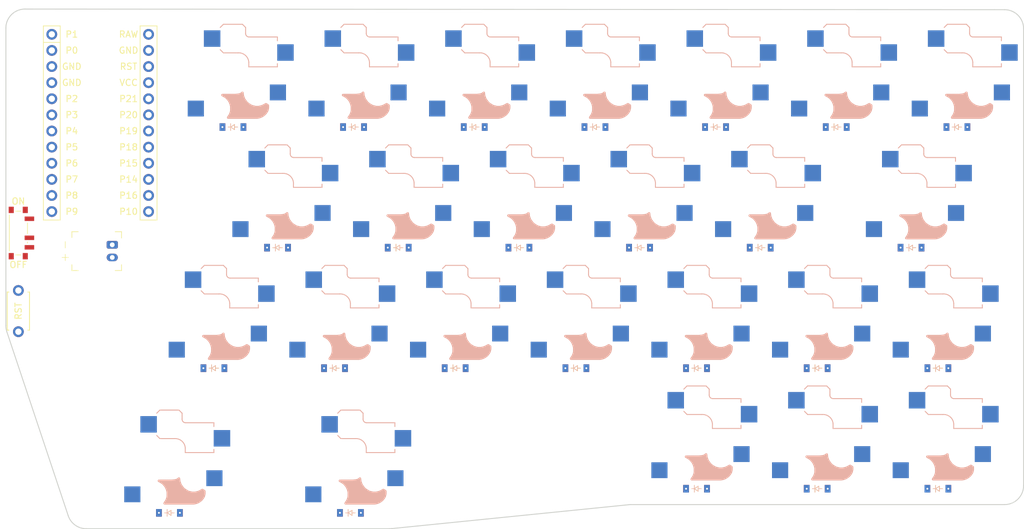
<source format=kicad_pcb>


(kicad_pcb
  (version 20240108)
  (generator "ergogen")
  (generator_version "4.2.1")
  (general
    (thickness 1.6)
    (legacy_teardrops no)
  )
  (paper "A3")
  (title_block
    (title "right_pcbv2")
    (date "2026-02-09")
    (rev "v1.0.0")
    (company "Unknown")
  )

  (layers
    (0 "F.Cu" signal)
    (31 "B.Cu" signal)
    (32 "B.Adhes" user "B.Adhesive")
    (33 "F.Adhes" user "F.Adhesive")
    (34 "B.Paste" user)
    (35 "F.Paste" user)
    (36 "B.SilkS" user "B.Silkscreen")
    (37 "F.SilkS" user "F.Silkscreen")
    (38 "B.Mask" user)
    (39 "F.Mask" user)
    (40 "Dwgs.User" user "User.Drawings")
    (41 "Cmts.User" user "User.Comments")
    (42 "Eco1.User" user "User.Eco1")
    (43 "Eco2.User" user "User.Eco2")
    (44 "Edge.Cuts" user)
    (45 "Margin" user)
    (46 "B.CrtYd" user "B.Courtyard")
    (47 "F.CrtYd" user "F.Courtyard")
    (48 "B.Fab" user)
    (49 "F.Fab" user)
  )

  (setup
    (pad_to_mask_clearance 0.05)
    (allow_soldermask_bridges_in_footprints no)
    (pcbplotparams
      (layerselection 0x00010fc_ffffffff)
      (plot_on_all_layers_selection 0x0000000_00000000)
      (disableapertmacros no)
      (usegerberextensions no)
      (usegerberattributes yes)
      (usegerberadvancedattributes yes)
      (creategerberjobfile yes)
      (dashed_line_dash_ratio 12.000000)
      (dashed_line_gap_ratio 3.000000)
      (svgprecision 4)
      (plotframeref no)
      (viasonmask no)
      (mode 1)
      (useauxorigin no)
      (hpglpennumber 1)
      (hpglpenspeed 20)
      (hpglpendiameter 15.000000)
      (pdf_front_fp_property_popups yes)
      (pdf_back_fp_property_popups yes)
      (dxfpolygonmode yes)
      (dxfimperialunits yes)
      (dxfusepcbnewfont yes)
      (psnegative no)
      (psa4output no)
      (plotreference yes)
      (plotvalue yes)
      (plotfptext yes)
      (plotinvisibletext no)
      (sketchpadsonfab no)
      (subtractmaskfromsilk no)
      (outputformat 1)
      (mirror no)
      (drillshape 1)
      (scaleselection 1)
      (outputdirectory "")
    )
  )

  (net 0 "")
(net 1 "P0")
(net 2 "y_single")
(net 3 "GND")
(net 4 "D1")
(net 5 "D2")
(net 6 "P1")
(net 7 "u_single")
(net 8 "P2")
(net 9 "i_single")
(net 10 "P3")
(net 11 "o_single")
(net 12 "P4")
(net 13 "p_single")
(net 14 "P5")
(net 15 "backspace_single")
(net 16 "P6")
(net 17 "delete_single")
(net 18 "h_single")
(net 19 "j_single")
(net 20 "k_single")
(net 21 "l_single")
(net 22 "colon_single")
(net 23 "quotes_single")
(net 24 "b_single")
(net 25 "n_single")
(net 26 "m_single")
(net 27 "comma_single")
(net 28 "peroid_single")
(net 29 "up_arrow_single")
(net 30 "slash_single")
(net 31 "larrow_single")
(net 32 "darrow_single")
(net 33 "rarrow_single")
(net 34 "space_single")
(net 35 "raise_single")
(net 36 "P7")
(net 37 "P8")
(net 38 "P9")
(net 39 "P10")
(net 40 "P14")
(net 41 "RAW")
(net 42 "RST")
(net 43 "VCC")
(net 44 "P21")
(net 45 "P20")
(net 46 "P19")
(net 47 "P18")
(net 48 "P15")
(net 49 "P16")
(net 50 "P101")
(net 51 "P102")
(net 52 "P107")
(net 53 "MCU1_24")
(net 54 "MCU1_1")
(net 55 "MCU1_23")
(net 56 "MCU1_2")
(net 57 "MCU1_22")
(net 58 "MCU1_3")
(net 59 "MCU1_21")
(net 60 "MCU1_4")
(net 61 "MCU1_20")
(net 62 "MCU1_5")
(net 63 "MCU1_19")
(net 64 "MCU1_6")
(net 65 "MCU1_18")
(net 66 "MCU1_7")
(net 67 "MCU1_17")
(net 68 "MCU1_8")
(net 69 "MCU1_16")
(net 70 "MCU1_9")
(net 71 "MCU1_15")
(net 72 "MCU1_10")
(net 73 "MCU1_14")
(net 74 "MCU1_11")
(net 75 "MCU1_13")
(net 76 "MCU1_12")
(net 77 "BAT_P")
(net 78 "JST1_1")
(net 79 "JST1_2")

  
  (footprint "ceoloide:switch_choc_v1_v2" (layer "B.Cu") (at 150 100 0))
    

  (footprint "ceoloide:switch_choc_v1_v2" (layer "B.Cu") (at 169 100 0))
    

  (footprint "ceoloide:switch_choc_v1_v2" (layer "B.Cu") (at 188 100 0))
    

  (footprint "ceoloide:switch_choc_v1_v2" (layer "B.Cu") (at 207 100 0))
    

  (footprint "ceoloide:switch_choc_v1_v2" (layer "B.Cu") (at 226 100 0))
    

  (footprint "ceoloide:switch_choc_v1_v2" (layer "B.Cu") (at 245 100 0))
    

  (footprint "ceoloide:switch_choc_v1_v2" (layer "B.Cu") (at 264 100 0))
    

  (footprint "ceoloide:switch_choc_v1_v2" (layer "B.Cu") (at 157.03 119 0))
    

  (footprint "ceoloide:switch_choc_v1_v2" (layer "B.Cu") (at 176.03 119 0))
    

  (footprint "ceoloide:switch_choc_v1_v2" (layer "B.Cu") (at 195.03 119 0))
    

  (footprint "ceoloide:switch_choc_v1_v2" (layer "B.Cu") (at 214.03 119 0))
    

  (footprint "ceoloide:switch_choc_v1_v2" (layer "B.Cu") (at 233.03 119 0))
    

  (footprint "ceoloide:switch_choc_v1_v2" (layer "B.Cu") (at 256.78 119 0))
    

  (footprint "ceoloide:switch_choc_v1_v2" (layer "B.Cu") (at 147 138 0))
    

  (footprint "ceoloide:switch_choc_v1_v2" (layer "B.Cu") (at 166 138 0))
    

  (footprint "ceoloide:switch_choc_v1_v2" (layer "B.Cu") (at 185 138 0))
    

  (footprint "ceoloide:switch_choc_v1_v2" (layer "B.Cu") (at 204 138 0))
    

  (footprint "ceoloide:switch_choc_v1_v2" (layer "B.Cu") (at 223 138 0))
    

  (footprint "ceoloide:switch_choc_v1_v2" (layer "B.Cu") (at 242 138 0))
    

  (footprint "ceoloide:switch_choc_v1_v2" (layer "B.Cu") (at 261 138 0))
    

  (footprint "ceoloide:switch_choc_v1_v2" (layer "B.Cu") (at 223 157 0))
    

  (footprint "ceoloide:switch_choc_v1_v2" (layer "B.Cu") (at 242 157 0))
    

  (footprint "ceoloide:switch_choc_v1_v2" (layer "B.Cu") (at 261 157 0))
    

  (footprint "ceoloide:switch_choc_v1_v2" (layer "B.Cu") (at 140 160.8 0))
    

  (footprint "ceoloide:switch_choc_v1_v2" (layer "B.Cu") (at 168.5 160.8 0))
    

  (footprint "ceoloide:switch_mx" (layer "B.Cu") (at 150 100 180))
    

  (footprint "ceoloide:switch_mx" (layer "B.Cu") (at 169 100 180))
    

  (footprint "ceoloide:switch_mx" (layer "B.Cu") (at 188 100 180))
    

  (footprint "ceoloide:switch_mx" (layer "B.Cu") (at 207 100 180))
    

  (footprint "ceoloide:switch_mx" (layer "B.Cu") (at 226 100 180))
    

  (footprint "ceoloide:switch_mx" (layer "B.Cu") (at 245 100 180))
    

  (footprint "ceoloide:switch_mx" (layer "B.Cu") (at 264 100 180))
    

  (footprint "ceoloide:switch_mx" (layer "B.Cu") (at 157.03 119 180))
    

  (footprint "ceoloide:switch_mx" (layer "B.Cu") (at 176.03 119 180))
    

  (footprint "ceoloide:switch_mx" (layer "B.Cu") (at 195.03 119 180))
    

  (footprint "ceoloide:switch_mx" (layer "B.Cu") (at 214.03 119 180))
    

  (footprint "ceoloide:switch_mx" (layer "B.Cu") (at 233.03 119 180))
    

  (footprint "ceoloide:switch_mx" (layer "B.Cu") (at 256.78 119 180))
    

  (footprint "ceoloide:switch_mx" (layer "B.Cu") (at 147 138 180))
    

  (footprint "ceoloide:switch_mx" (layer "B.Cu") (at 166 138 180))
    

  (footprint "ceoloide:switch_mx" (layer "B.Cu") (at 185 138 180))
    

  (footprint "ceoloide:switch_mx" (layer "B.Cu") (at 204 138 180))
    

  (footprint "ceoloide:switch_mx" (layer "B.Cu") (at 223 138 180))
    

  (footprint "ceoloide:switch_mx" (layer "B.Cu") (at 242 138 180))
    

  (footprint "ceoloide:switch_mx" (layer "B.Cu") (at 261 138 180))
    

  (footprint "ceoloide:switch_mx" (layer "B.Cu") (at 223 157 180))
    

  (footprint "ceoloide:switch_mx" (layer "B.Cu") (at 242 157 180))
    

  (footprint "ceoloide:switch_mx" (layer "B.Cu") (at 261 157 180))
    

  (footprint "ceoloide:switch_mx" (layer "B.Cu") (at 140 160.8 180))
    

  (footprint "ceoloide:switch_mx" (layer "B.Cu") (at 168.5 160.8 180))
    

  
    (module ComboDiode (layer F.Cu) (tedit 5B24D78E)


        (at 150 108 0)

        
        (fp_text reference "D1" (at 0 0) (layer F.SilkS) hide (effects (font (size 1.27 1.27) (thickness 0.15))))
        (fp_text value "" (at 0 0) (layer F.SilkS) hide (effects (font (size 1.27 1.27) (thickness 0.15))))
        
        
        (fp_line (start 0.25 0) (end 0.75 0) (layer F.SilkS) (width 0.1))
        (fp_line (start 0.25 0.4) (end -0.35 0) (layer F.SilkS) (width 0.1))
        (fp_line (start 0.25 -0.4) (end 0.25 0.4) (layer F.SilkS) (width 0.1))
        (fp_line (start -0.35 0) (end 0.25 -0.4) (layer F.SilkS) (width 0.1))
        (fp_line (start -0.35 0) (end -0.35 0.55) (layer F.SilkS) (width 0.1))
        (fp_line (start -0.35 0) (end -0.35 -0.55) (layer F.SilkS) (width 0.1))
        (fp_line (start -0.75 0) (end -0.35 0) (layer F.SilkS) (width 0.1))
        (fp_line (start 0.25 0) (end 0.75 0) (layer B.SilkS) (width 0.1))
        (fp_line (start 0.25 0.4) (end -0.35 0) (layer B.SilkS) (width 0.1))
        (fp_line (start 0.25 -0.4) (end 0.25 0.4) (layer B.SilkS) (width 0.1))
        (fp_line (start -0.35 0) (end 0.25 -0.4) (layer B.SilkS) (width 0.1))
        (fp_line (start -0.35 0) (end -0.35 0.55) (layer B.SilkS) (width 0.1))
        (fp_line (start -0.35 0) (end -0.35 -0.55) (layer B.SilkS) (width 0.1))
        (fp_line (start -0.75 0) (end -0.35 0) (layer B.SilkS) (width 0.1))
    
        
        (pad 1 smd rect (at -1.65 0 0) (size 0.9 1.2) (layers F.Cu F.Paste F.Mask) (net 36 "P7"))
        (pad 2 smd rect (at 1.65 0 0) (size 0.9 1.2) (layers B.Cu B.Paste B.Mask) (net 2 "y_single"))
        (pad 1 smd rect (at -1.65 0 0) (size 0.9 1.2) (layers B.Cu B.Paste B.Mask) (net 36 "P7"))
        (pad 2 smd rect (at 1.65 0 0) (size 0.9 1.2) (layers F.Cu F.Paste F.Mask) (net 2 "y_single"))
        
        (pad 1 thru_hole circle (at -1.65 0 0) (size 0.6 0.6) (drill 0.3) (layers "*.Cu") (zone_connect 2) (net 36 "P7"))
        (pad 1 thru_hole circle (at 1.65 0 0) (size 0.6 0.6) (drill 0.3) (layers "*.Cu") (zone_connect 2) (net 2 "y_single"))
        
    )
  
    

  
    (module ComboDiode (layer F.Cu) (tedit 5B24D78E)


        (at 169 108 0)

        
        (fp_text reference "D2" (at 0 0) (layer F.SilkS) hide (effects (font (size 1.27 1.27) (thickness 0.15))))
        (fp_text value "" (at 0 0) (layer F.SilkS) hide (effects (font (size 1.27 1.27) (thickness 0.15))))
        
        
        (fp_line (start 0.25 0) (end 0.75 0) (layer F.SilkS) (width 0.1))
        (fp_line (start 0.25 0.4) (end -0.35 0) (layer F.SilkS) (width 0.1))
        (fp_line (start 0.25 -0.4) (end 0.25 0.4) (layer F.SilkS) (width 0.1))
        (fp_line (start -0.35 0) (end 0.25 -0.4) (layer F.SilkS) (width 0.1))
        (fp_line (start -0.35 0) (end -0.35 0.55) (layer F.SilkS) (width 0.1))
        (fp_line (start -0.35 0) (end -0.35 -0.55) (layer F.SilkS) (width 0.1))
        (fp_line (start -0.75 0) (end -0.35 0) (layer F.SilkS) (width 0.1))
        (fp_line (start 0.25 0) (end 0.75 0) (layer B.SilkS) (width 0.1))
        (fp_line (start 0.25 0.4) (end -0.35 0) (layer B.SilkS) (width 0.1))
        (fp_line (start 0.25 -0.4) (end 0.25 0.4) (layer B.SilkS) (width 0.1))
        (fp_line (start -0.35 0) (end 0.25 -0.4) (layer B.SilkS) (width 0.1))
        (fp_line (start -0.35 0) (end -0.35 0.55) (layer B.SilkS) (width 0.1))
        (fp_line (start -0.35 0) (end -0.35 -0.55) (layer B.SilkS) (width 0.1))
        (fp_line (start -0.75 0) (end -0.35 0) (layer B.SilkS) (width 0.1))
    
        
        (pad 1 smd rect (at -1.65 0 0) (size 0.9 1.2) (layers F.Cu F.Paste F.Mask) (net 36 "P7"))
        (pad 2 smd rect (at 1.65 0 0) (size 0.9 1.2) (layers B.Cu B.Paste B.Mask) (net 7 "u_single"))
        (pad 1 smd rect (at -1.65 0 0) (size 0.9 1.2) (layers B.Cu B.Paste B.Mask) (net 36 "P7"))
        (pad 2 smd rect (at 1.65 0 0) (size 0.9 1.2) (layers F.Cu F.Paste F.Mask) (net 7 "u_single"))
        
        (pad 1 thru_hole circle (at -1.65 0 0) (size 0.6 0.6) (drill 0.3) (layers "*.Cu") (zone_connect 2) (net 36 "P7"))
        (pad 1 thru_hole circle (at 1.65 0 0) (size 0.6 0.6) (drill 0.3) (layers "*.Cu") (zone_connect 2) (net 7 "u_single"))
        
    )
  
    

  
    (module ComboDiode (layer F.Cu) (tedit 5B24D78E)


        (at 188 108 0)

        
        (fp_text reference "D3" (at 0 0) (layer F.SilkS) hide (effects (font (size 1.27 1.27) (thickness 0.15))))
        (fp_text value "" (at 0 0) (layer F.SilkS) hide (effects (font (size 1.27 1.27) (thickness 0.15))))
        
        
        (fp_line (start 0.25 0) (end 0.75 0) (layer F.SilkS) (width 0.1))
        (fp_line (start 0.25 0.4) (end -0.35 0) (layer F.SilkS) (width 0.1))
        (fp_line (start 0.25 -0.4) (end 0.25 0.4) (layer F.SilkS) (width 0.1))
        (fp_line (start -0.35 0) (end 0.25 -0.4) (layer F.SilkS) (width 0.1))
        (fp_line (start -0.35 0) (end -0.35 0.55) (layer F.SilkS) (width 0.1))
        (fp_line (start -0.35 0) (end -0.35 -0.55) (layer F.SilkS) (width 0.1))
        (fp_line (start -0.75 0) (end -0.35 0) (layer F.SilkS) (width 0.1))
        (fp_line (start 0.25 0) (end 0.75 0) (layer B.SilkS) (width 0.1))
        (fp_line (start 0.25 0.4) (end -0.35 0) (layer B.SilkS) (width 0.1))
        (fp_line (start 0.25 -0.4) (end 0.25 0.4) (layer B.SilkS) (width 0.1))
        (fp_line (start -0.35 0) (end 0.25 -0.4) (layer B.SilkS) (width 0.1))
        (fp_line (start -0.35 0) (end -0.35 0.55) (layer B.SilkS) (width 0.1))
        (fp_line (start -0.35 0) (end -0.35 -0.55) (layer B.SilkS) (width 0.1))
        (fp_line (start -0.75 0) (end -0.35 0) (layer B.SilkS) (width 0.1))
    
        
        (pad 1 smd rect (at -1.65 0 0) (size 0.9 1.2) (layers F.Cu F.Paste F.Mask) (net 36 "P7"))
        (pad 2 smd rect (at 1.65 0 0) (size 0.9 1.2) (layers B.Cu B.Paste B.Mask) (net 9 "i_single"))
        (pad 1 smd rect (at -1.65 0 0) (size 0.9 1.2) (layers B.Cu B.Paste B.Mask) (net 36 "P7"))
        (pad 2 smd rect (at 1.65 0 0) (size 0.9 1.2) (layers F.Cu F.Paste F.Mask) (net 9 "i_single"))
        
        (pad 1 thru_hole circle (at -1.65 0 0) (size 0.6 0.6) (drill 0.3) (layers "*.Cu") (zone_connect 2) (net 36 "P7"))
        (pad 1 thru_hole circle (at 1.65 0 0) (size 0.6 0.6) (drill 0.3) (layers "*.Cu") (zone_connect 2) (net 9 "i_single"))
        
    )
  
    

  
    (module ComboDiode (layer F.Cu) (tedit 5B24D78E)


        (at 207 108 0)

        
        (fp_text reference "D4" (at 0 0) (layer F.SilkS) hide (effects (font (size 1.27 1.27) (thickness 0.15))))
        (fp_text value "" (at 0 0) (layer F.SilkS) hide (effects (font (size 1.27 1.27) (thickness 0.15))))
        
        
        (fp_line (start 0.25 0) (end 0.75 0) (layer F.SilkS) (width 0.1))
        (fp_line (start 0.25 0.4) (end -0.35 0) (layer F.SilkS) (width 0.1))
        (fp_line (start 0.25 -0.4) (end 0.25 0.4) (layer F.SilkS) (width 0.1))
        (fp_line (start -0.35 0) (end 0.25 -0.4) (layer F.SilkS) (width 0.1))
        (fp_line (start -0.35 0) (end -0.35 0.55) (layer F.SilkS) (width 0.1))
        (fp_line (start -0.35 0) (end -0.35 -0.55) (layer F.SilkS) (width 0.1))
        (fp_line (start -0.75 0) (end -0.35 0) (layer F.SilkS) (width 0.1))
        (fp_line (start 0.25 0) (end 0.75 0) (layer B.SilkS) (width 0.1))
        (fp_line (start 0.25 0.4) (end -0.35 0) (layer B.SilkS) (width 0.1))
        (fp_line (start 0.25 -0.4) (end 0.25 0.4) (layer B.SilkS) (width 0.1))
        (fp_line (start -0.35 0) (end 0.25 -0.4) (layer B.SilkS) (width 0.1))
        (fp_line (start -0.35 0) (end -0.35 0.55) (layer B.SilkS) (width 0.1))
        (fp_line (start -0.35 0) (end -0.35 -0.55) (layer B.SilkS) (width 0.1))
        (fp_line (start -0.75 0) (end -0.35 0) (layer B.SilkS) (width 0.1))
    
        
        (pad 1 smd rect (at -1.65 0 0) (size 0.9 1.2) (layers F.Cu F.Paste F.Mask) (net 36 "P7"))
        (pad 2 smd rect (at 1.65 0 0) (size 0.9 1.2) (layers B.Cu B.Paste B.Mask) (net 11 "o_single"))
        (pad 1 smd rect (at -1.65 0 0) (size 0.9 1.2) (layers B.Cu B.Paste B.Mask) (net 36 "P7"))
        (pad 2 smd rect (at 1.65 0 0) (size 0.9 1.2) (layers F.Cu F.Paste F.Mask) (net 11 "o_single"))
        
        (pad 1 thru_hole circle (at -1.65 0 0) (size 0.6 0.6) (drill 0.3) (layers "*.Cu") (zone_connect 2) (net 36 "P7"))
        (pad 1 thru_hole circle (at 1.65 0 0) (size 0.6 0.6) (drill 0.3) (layers "*.Cu") (zone_connect 2) (net 11 "o_single"))
        
    )
  
    

  
    (module ComboDiode (layer F.Cu) (tedit 5B24D78E)


        (at 226 108 0)

        
        (fp_text reference "D5" (at 0 0) (layer F.SilkS) hide (effects (font (size 1.27 1.27) (thickness 0.15))))
        (fp_text value "" (at 0 0) (layer F.SilkS) hide (effects (font (size 1.27 1.27) (thickness 0.15))))
        
        
        (fp_line (start 0.25 0) (end 0.75 0) (layer F.SilkS) (width 0.1))
        (fp_line (start 0.25 0.4) (end -0.35 0) (layer F.SilkS) (width 0.1))
        (fp_line (start 0.25 -0.4) (end 0.25 0.4) (layer F.SilkS) (width 0.1))
        (fp_line (start -0.35 0) (end 0.25 -0.4) (layer F.SilkS) (width 0.1))
        (fp_line (start -0.35 0) (end -0.35 0.55) (layer F.SilkS) (width 0.1))
        (fp_line (start -0.35 0) (end -0.35 -0.55) (layer F.SilkS) (width 0.1))
        (fp_line (start -0.75 0) (end -0.35 0) (layer F.SilkS) (width 0.1))
        (fp_line (start 0.25 0) (end 0.75 0) (layer B.SilkS) (width 0.1))
        (fp_line (start 0.25 0.4) (end -0.35 0) (layer B.SilkS) (width 0.1))
        (fp_line (start 0.25 -0.4) (end 0.25 0.4) (layer B.SilkS) (width 0.1))
        (fp_line (start -0.35 0) (end 0.25 -0.4) (layer B.SilkS) (width 0.1))
        (fp_line (start -0.35 0) (end -0.35 0.55) (layer B.SilkS) (width 0.1))
        (fp_line (start -0.35 0) (end -0.35 -0.55) (layer B.SilkS) (width 0.1))
        (fp_line (start -0.75 0) (end -0.35 0) (layer B.SilkS) (width 0.1))
    
        
        (pad 1 smd rect (at -1.65 0 0) (size 0.9 1.2) (layers F.Cu F.Paste F.Mask) (net 36 "P7"))
        (pad 2 smd rect (at 1.65 0 0) (size 0.9 1.2) (layers B.Cu B.Paste B.Mask) (net 13 "p_single"))
        (pad 1 smd rect (at -1.65 0 0) (size 0.9 1.2) (layers B.Cu B.Paste B.Mask) (net 36 "P7"))
        (pad 2 smd rect (at 1.65 0 0) (size 0.9 1.2) (layers F.Cu F.Paste F.Mask) (net 13 "p_single"))
        
        (pad 1 thru_hole circle (at -1.65 0 0) (size 0.6 0.6) (drill 0.3) (layers "*.Cu") (zone_connect 2) (net 36 "P7"))
        (pad 1 thru_hole circle (at 1.65 0 0) (size 0.6 0.6) (drill 0.3) (layers "*.Cu") (zone_connect 2) (net 13 "p_single"))
        
    )
  
    

  
    (module ComboDiode (layer F.Cu) (tedit 5B24D78E)


        (at 245 108 0)

        
        (fp_text reference "D6" (at 0 0) (layer F.SilkS) hide (effects (font (size 1.27 1.27) (thickness 0.15))))
        (fp_text value "" (at 0 0) (layer F.SilkS) hide (effects (font (size 1.27 1.27) (thickness 0.15))))
        
        
        (fp_line (start 0.25 0) (end 0.75 0) (layer F.SilkS) (width 0.1))
        (fp_line (start 0.25 0.4) (end -0.35 0) (layer F.SilkS) (width 0.1))
        (fp_line (start 0.25 -0.4) (end 0.25 0.4) (layer F.SilkS) (width 0.1))
        (fp_line (start -0.35 0) (end 0.25 -0.4) (layer F.SilkS) (width 0.1))
        (fp_line (start -0.35 0) (end -0.35 0.55) (layer F.SilkS) (width 0.1))
        (fp_line (start -0.35 0) (end -0.35 -0.55) (layer F.SilkS) (width 0.1))
        (fp_line (start -0.75 0) (end -0.35 0) (layer F.SilkS) (width 0.1))
        (fp_line (start 0.25 0) (end 0.75 0) (layer B.SilkS) (width 0.1))
        (fp_line (start 0.25 0.4) (end -0.35 0) (layer B.SilkS) (width 0.1))
        (fp_line (start 0.25 -0.4) (end 0.25 0.4) (layer B.SilkS) (width 0.1))
        (fp_line (start -0.35 0) (end 0.25 -0.4) (layer B.SilkS) (width 0.1))
        (fp_line (start -0.35 0) (end -0.35 0.55) (layer B.SilkS) (width 0.1))
        (fp_line (start -0.35 0) (end -0.35 -0.55) (layer B.SilkS) (width 0.1))
        (fp_line (start -0.75 0) (end -0.35 0) (layer B.SilkS) (width 0.1))
    
        
        (pad 1 smd rect (at -1.65 0 0) (size 0.9 1.2) (layers F.Cu F.Paste F.Mask) (net 36 "P7"))
        (pad 2 smd rect (at 1.65 0 0) (size 0.9 1.2) (layers B.Cu B.Paste B.Mask) (net 15 "backspace_single"))
        (pad 1 smd rect (at -1.65 0 0) (size 0.9 1.2) (layers B.Cu B.Paste B.Mask) (net 36 "P7"))
        (pad 2 smd rect (at 1.65 0 0) (size 0.9 1.2) (layers F.Cu F.Paste F.Mask) (net 15 "backspace_single"))
        
        (pad 1 thru_hole circle (at -1.65 0 0) (size 0.6 0.6) (drill 0.3) (layers "*.Cu") (zone_connect 2) (net 36 "P7"))
        (pad 1 thru_hole circle (at 1.65 0 0) (size 0.6 0.6) (drill 0.3) (layers "*.Cu") (zone_connect 2) (net 15 "backspace_single"))
        
    )
  
    

  
    (module ComboDiode (layer F.Cu) (tedit 5B24D78E)


        (at 264 108 0)

        
        (fp_text reference "D7" (at 0 0) (layer F.SilkS) hide (effects (font (size 1.27 1.27) (thickness 0.15))))
        (fp_text value "" (at 0 0) (layer F.SilkS) hide (effects (font (size 1.27 1.27) (thickness 0.15))))
        
        
        (fp_line (start 0.25 0) (end 0.75 0) (layer F.SilkS) (width 0.1))
        (fp_line (start 0.25 0.4) (end -0.35 0) (layer F.SilkS) (width 0.1))
        (fp_line (start 0.25 -0.4) (end 0.25 0.4) (layer F.SilkS) (width 0.1))
        (fp_line (start -0.35 0) (end 0.25 -0.4) (layer F.SilkS) (width 0.1))
        (fp_line (start -0.35 0) (end -0.35 0.55) (layer F.SilkS) (width 0.1))
        (fp_line (start -0.35 0) (end -0.35 -0.55) (layer F.SilkS) (width 0.1))
        (fp_line (start -0.75 0) (end -0.35 0) (layer F.SilkS) (width 0.1))
        (fp_line (start 0.25 0) (end 0.75 0) (layer B.SilkS) (width 0.1))
        (fp_line (start 0.25 0.4) (end -0.35 0) (layer B.SilkS) (width 0.1))
        (fp_line (start 0.25 -0.4) (end 0.25 0.4) (layer B.SilkS) (width 0.1))
        (fp_line (start -0.35 0) (end 0.25 -0.4) (layer B.SilkS) (width 0.1))
        (fp_line (start -0.35 0) (end -0.35 0.55) (layer B.SilkS) (width 0.1))
        (fp_line (start -0.35 0) (end -0.35 -0.55) (layer B.SilkS) (width 0.1))
        (fp_line (start -0.75 0) (end -0.35 0) (layer B.SilkS) (width 0.1))
    
        
        (pad 1 smd rect (at -1.65 0 0) (size 0.9 1.2) (layers F.Cu F.Paste F.Mask) (net 36 "P7"))
        (pad 2 smd rect (at 1.65 0 0) (size 0.9 1.2) (layers B.Cu B.Paste B.Mask) (net 17 "delete_single"))
        (pad 1 smd rect (at -1.65 0 0) (size 0.9 1.2) (layers B.Cu B.Paste B.Mask) (net 36 "P7"))
        (pad 2 smd rect (at 1.65 0 0) (size 0.9 1.2) (layers F.Cu F.Paste F.Mask) (net 17 "delete_single"))
        
        (pad 1 thru_hole circle (at -1.65 0 0) (size 0.6 0.6) (drill 0.3) (layers "*.Cu") (zone_connect 2) (net 36 "P7"))
        (pad 1 thru_hole circle (at 1.65 0 0) (size 0.6 0.6) (drill 0.3) (layers "*.Cu") (zone_connect 2) (net 17 "delete_single"))
        
    )
  
    

  
    (module ComboDiode (layer F.Cu) (tedit 5B24D78E)


        (at 157.03 127 0)

        
        (fp_text reference "D8" (at 0 0) (layer F.SilkS) hide (effects (font (size 1.27 1.27) (thickness 0.15))))
        (fp_text value "" (at 0 0) (layer F.SilkS) hide (effects (font (size 1.27 1.27) (thickness 0.15))))
        
        
        (fp_line (start 0.25 0) (end 0.75 0) (layer F.SilkS) (width 0.1))
        (fp_line (start 0.25 0.4) (end -0.35 0) (layer F.SilkS) (width 0.1))
        (fp_line (start 0.25 -0.4) (end 0.25 0.4) (layer F.SilkS) (width 0.1))
        (fp_line (start -0.35 0) (end 0.25 -0.4) (layer F.SilkS) (width 0.1))
        (fp_line (start -0.35 0) (end -0.35 0.55) (layer F.SilkS) (width 0.1))
        (fp_line (start -0.35 0) (end -0.35 -0.55) (layer F.SilkS) (width 0.1))
        (fp_line (start -0.75 0) (end -0.35 0) (layer F.SilkS) (width 0.1))
        (fp_line (start 0.25 0) (end 0.75 0) (layer B.SilkS) (width 0.1))
        (fp_line (start 0.25 0.4) (end -0.35 0) (layer B.SilkS) (width 0.1))
        (fp_line (start 0.25 -0.4) (end 0.25 0.4) (layer B.SilkS) (width 0.1))
        (fp_line (start -0.35 0) (end 0.25 -0.4) (layer B.SilkS) (width 0.1))
        (fp_line (start -0.35 0) (end -0.35 0.55) (layer B.SilkS) (width 0.1))
        (fp_line (start -0.35 0) (end -0.35 -0.55) (layer B.SilkS) (width 0.1))
        (fp_line (start -0.75 0) (end -0.35 0) (layer B.SilkS) (width 0.1))
    
        
        (pad 1 smd rect (at -1.65 0 0) (size 0.9 1.2) (layers F.Cu F.Paste F.Mask) (net 37 "P8"))
        (pad 2 smd rect (at 1.65 0 0) (size 0.9 1.2) (layers B.Cu B.Paste B.Mask) (net 18 "h_single"))
        (pad 1 smd rect (at -1.65 0 0) (size 0.9 1.2) (layers B.Cu B.Paste B.Mask) (net 37 "P8"))
        (pad 2 smd rect (at 1.65 0 0) (size 0.9 1.2) (layers F.Cu F.Paste F.Mask) (net 18 "h_single"))
        
        (pad 1 thru_hole circle (at -1.65 0 0) (size 0.6 0.6) (drill 0.3) (layers "*.Cu") (zone_connect 2) (net 37 "P8"))
        (pad 1 thru_hole circle (at 1.65 0 0) (size 0.6 0.6) (drill 0.3) (layers "*.Cu") (zone_connect 2) (net 18 "h_single"))
        
    )
  
    

  
    (module ComboDiode (layer F.Cu) (tedit 5B24D78E)


        (at 176.03 127 0)

        
        (fp_text reference "D9" (at 0 0) (layer F.SilkS) hide (effects (font (size 1.27 1.27) (thickness 0.15))))
        (fp_text value "" (at 0 0) (layer F.SilkS) hide (effects (font (size 1.27 1.27) (thickness 0.15))))
        
        
        (fp_line (start 0.25 0) (end 0.75 0) (layer F.SilkS) (width 0.1))
        (fp_line (start 0.25 0.4) (end -0.35 0) (layer F.SilkS) (width 0.1))
        (fp_line (start 0.25 -0.4) (end 0.25 0.4) (layer F.SilkS) (width 0.1))
        (fp_line (start -0.35 0) (end 0.25 -0.4) (layer F.SilkS) (width 0.1))
        (fp_line (start -0.35 0) (end -0.35 0.55) (layer F.SilkS) (width 0.1))
        (fp_line (start -0.35 0) (end -0.35 -0.55) (layer F.SilkS) (width 0.1))
        (fp_line (start -0.75 0) (end -0.35 0) (layer F.SilkS) (width 0.1))
        (fp_line (start 0.25 0) (end 0.75 0) (layer B.SilkS) (width 0.1))
        (fp_line (start 0.25 0.4) (end -0.35 0) (layer B.SilkS) (width 0.1))
        (fp_line (start 0.25 -0.4) (end 0.25 0.4) (layer B.SilkS) (width 0.1))
        (fp_line (start -0.35 0) (end 0.25 -0.4) (layer B.SilkS) (width 0.1))
        (fp_line (start -0.35 0) (end -0.35 0.55) (layer B.SilkS) (width 0.1))
        (fp_line (start -0.35 0) (end -0.35 -0.55) (layer B.SilkS) (width 0.1))
        (fp_line (start -0.75 0) (end -0.35 0) (layer B.SilkS) (width 0.1))
    
        
        (pad 1 smd rect (at -1.65 0 0) (size 0.9 1.2) (layers F.Cu F.Paste F.Mask) (net 37 "P8"))
        (pad 2 smd rect (at 1.65 0 0) (size 0.9 1.2) (layers B.Cu B.Paste B.Mask) (net 19 "j_single"))
        (pad 1 smd rect (at -1.65 0 0) (size 0.9 1.2) (layers B.Cu B.Paste B.Mask) (net 37 "P8"))
        (pad 2 smd rect (at 1.65 0 0) (size 0.9 1.2) (layers F.Cu F.Paste F.Mask) (net 19 "j_single"))
        
        (pad 1 thru_hole circle (at -1.65 0 0) (size 0.6 0.6) (drill 0.3) (layers "*.Cu") (zone_connect 2) (net 37 "P8"))
        (pad 1 thru_hole circle (at 1.65 0 0) (size 0.6 0.6) (drill 0.3) (layers "*.Cu") (zone_connect 2) (net 19 "j_single"))
        
    )
  
    

  
    (module ComboDiode (layer F.Cu) (tedit 5B24D78E)


        (at 195.03 127 0)

        
        (fp_text reference "D10" (at 0 0) (layer F.SilkS) hide (effects (font (size 1.27 1.27) (thickness 0.15))))
        (fp_text value "" (at 0 0) (layer F.SilkS) hide (effects (font (size 1.27 1.27) (thickness 0.15))))
        
        
        (fp_line (start 0.25 0) (end 0.75 0) (layer F.SilkS) (width 0.1))
        (fp_line (start 0.25 0.4) (end -0.35 0) (layer F.SilkS) (width 0.1))
        (fp_line (start 0.25 -0.4) (end 0.25 0.4) (layer F.SilkS) (width 0.1))
        (fp_line (start -0.35 0) (end 0.25 -0.4) (layer F.SilkS) (width 0.1))
        (fp_line (start -0.35 0) (end -0.35 0.55) (layer F.SilkS) (width 0.1))
        (fp_line (start -0.35 0) (end -0.35 -0.55) (layer F.SilkS) (width 0.1))
        (fp_line (start -0.75 0) (end -0.35 0) (layer F.SilkS) (width 0.1))
        (fp_line (start 0.25 0) (end 0.75 0) (layer B.SilkS) (width 0.1))
        (fp_line (start 0.25 0.4) (end -0.35 0) (layer B.SilkS) (width 0.1))
        (fp_line (start 0.25 -0.4) (end 0.25 0.4) (layer B.SilkS) (width 0.1))
        (fp_line (start -0.35 0) (end 0.25 -0.4) (layer B.SilkS) (width 0.1))
        (fp_line (start -0.35 0) (end -0.35 0.55) (layer B.SilkS) (width 0.1))
        (fp_line (start -0.35 0) (end -0.35 -0.55) (layer B.SilkS) (width 0.1))
        (fp_line (start -0.75 0) (end -0.35 0) (layer B.SilkS) (width 0.1))
    
        
        (pad 1 smd rect (at -1.65 0 0) (size 0.9 1.2) (layers F.Cu F.Paste F.Mask) (net 37 "P8"))
        (pad 2 smd rect (at 1.65 0 0) (size 0.9 1.2) (layers B.Cu B.Paste B.Mask) (net 20 "k_single"))
        (pad 1 smd rect (at -1.65 0 0) (size 0.9 1.2) (layers B.Cu B.Paste B.Mask) (net 37 "P8"))
        (pad 2 smd rect (at 1.65 0 0) (size 0.9 1.2) (layers F.Cu F.Paste F.Mask) (net 20 "k_single"))
        
        (pad 1 thru_hole circle (at -1.65 0 0) (size 0.6 0.6) (drill 0.3) (layers "*.Cu") (zone_connect 2) (net 37 "P8"))
        (pad 1 thru_hole circle (at 1.65 0 0) (size 0.6 0.6) (drill 0.3) (layers "*.Cu") (zone_connect 2) (net 20 "k_single"))
        
    )
  
    

  
    (module ComboDiode (layer F.Cu) (tedit 5B24D78E)


        (at 214.03 127 0)

        
        (fp_text reference "D11" (at 0 0) (layer F.SilkS) hide (effects (font (size 1.27 1.27) (thickness 0.15))))
        (fp_text value "" (at 0 0) (layer F.SilkS) hide (effects (font (size 1.27 1.27) (thickness 0.15))))
        
        
        (fp_line (start 0.25 0) (end 0.75 0) (layer F.SilkS) (width 0.1))
        (fp_line (start 0.25 0.4) (end -0.35 0) (layer F.SilkS) (width 0.1))
        (fp_line (start 0.25 -0.4) (end 0.25 0.4) (layer F.SilkS) (width 0.1))
        (fp_line (start -0.35 0) (end 0.25 -0.4) (layer F.SilkS) (width 0.1))
        (fp_line (start -0.35 0) (end -0.35 0.55) (layer F.SilkS) (width 0.1))
        (fp_line (start -0.35 0) (end -0.35 -0.55) (layer F.SilkS) (width 0.1))
        (fp_line (start -0.75 0) (end -0.35 0) (layer F.SilkS) (width 0.1))
        (fp_line (start 0.25 0) (end 0.75 0) (layer B.SilkS) (width 0.1))
        (fp_line (start 0.25 0.4) (end -0.35 0) (layer B.SilkS) (width 0.1))
        (fp_line (start 0.25 -0.4) (end 0.25 0.4) (layer B.SilkS) (width 0.1))
        (fp_line (start -0.35 0) (end 0.25 -0.4) (layer B.SilkS) (width 0.1))
        (fp_line (start -0.35 0) (end -0.35 0.55) (layer B.SilkS) (width 0.1))
        (fp_line (start -0.35 0) (end -0.35 -0.55) (layer B.SilkS) (width 0.1))
        (fp_line (start -0.75 0) (end -0.35 0) (layer B.SilkS) (width 0.1))
    
        
        (pad 1 smd rect (at -1.65 0 0) (size 0.9 1.2) (layers F.Cu F.Paste F.Mask) (net 37 "P8"))
        (pad 2 smd rect (at 1.65 0 0) (size 0.9 1.2) (layers B.Cu B.Paste B.Mask) (net 21 "l_single"))
        (pad 1 smd rect (at -1.65 0 0) (size 0.9 1.2) (layers B.Cu B.Paste B.Mask) (net 37 "P8"))
        (pad 2 smd rect (at 1.65 0 0) (size 0.9 1.2) (layers F.Cu F.Paste F.Mask) (net 21 "l_single"))
        
        (pad 1 thru_hole circle (at -1.65 0 0) (size 0.6 0.6) (drill 0.3) (layers "*.Cu") (zone_connect 2) (net 37 "P8"))
        (pad 1 thru_hole circle (at 1.65 0 0) (size 0.6 0.6) (drill 0.3) (layers "*.Cu") (zone_connect 2) (net 21 "l_single"))
        
    )
  
    

  
    (module ComboDiode (layer F.Cu) (tedit 5B24D78E)


        (at 233.03 127 0)

        
        (fp_text reference "D12" (at 0 0) (layer F.SilkS) hide (effects (font (size 1.27 1.27) (thickness 0.15))))
        (fp_text value "" (at 0 0) (layer F.SilkS) hide (effects (font (size 1.27 1.27) (thickness 0.15))))
        
        
        (fp_line (start 0.25 0) (end 0.75 0) (layer F.SilkS) (width 0.1))
        (fp_line (start 0.25 0.4) (end -0.35 0) (layer F.SilkS) (width 0.1))
        (fp_line (start 0.25 -0.4) (end 0.25 0.4) (layer F.SilkS) (width 0.1))
        (fp_line (start -0.35 0) (end 0.25 -0.4) (layer F.SilkS) (width 0.1))
        (fp_line (start -0.35 0) (end -0.35 0.55) (layer F.SilkS) (width 0.1))
        (fp_line (start -0.35 0) (end -0.35 -0.55) (layer F.SilkS) (width 0.1))
        (fp_line (start -0.75 0) (end -0.35 0) (layer F.SilkS) (width 0.1))
        (fp_line (start 0.25 0) (end 0.75 0) (layer B.SilkS) (width 0.1))
        (fp_line (start 0.25 0.4) (end -0.35 0) (layer B.SilkS) (width 0.1))
        (fp_line (start 0.25 -0.4) (end 0.25 0.4) (layer B.SilkS) (width 0.1))
        (fp_line (start -0.35 0) (end 0.25 -0.4) (layer B.SilkS) (width 0.1))
        (fp_line (start -0.35 0) (end -0.35 0.55) (layer B.SilkS) (width 0.1))
        (fp_line (start -0.35 0) (end -0.35 -0.55) (layer B.SilkS) (width 0.1))
        (fp_line (start -0.75 0) (end -0.35 0) (layer B.SilkS) (width 0.1))
    
        
        (pad 1 smd rect (at -1.65 0 0) (size 0.9 1.2) (layers F.Cu F.Paste F.Mask) (net 37 "P8"))
        (pad 2 smd rect (at 1.65 0 0) (size 0.9 1.2) (layers B.Cu B.Paste B.Mask) (net 22 "colon_single"))
        (pad 1 smd rect (at -1.65 0 0) (size 0.9 1.2) (layers B.Cu B.Paste B.Mask) (net 37 "P8"))
        (pad 2 smd rect (at 1.65 0 0) (size 0.9 1.2) (layers F.Cu F.Paste F.Mask) (net 22 "colon_single"))
        
        (pad 1 thru_hole circle (at -1.65 0 0) (size 0.6 0.6) (drill 0.3) (layers "*.Cu") (zone_connect 2) (net 37 "P8"))
        (pad 1 thru_hole circle (at 1.65 0 0) (size 0.6 0.6) (drill 0.3) (layers "*.Cu") (zone_connect 2) (net 22 "colon_single"))
        
    )
  
    

  
    (module ComboDiode (layer F.Cu) (tedit 5B24D78E)


        (at 256.78 127 0)

        
        (fp_text reference "D13" (at 0 0) (layer F.SilkS) hide (effects (font (size 1.27 1.27) (thickness 0.15))))
        (fp_text value "" (at 0 0) (layer F.SilkS) hide (effects (font (size 1.27 1.27) (thickness 0.15))))
        
        
        (fp_line (start 0.25 0) (end 0.75 0) (layer F.SilkS) (width 0.1))
        (fp_line (start 0.25 0.4) (end -0.35 0) (layer F.SilkS) (width 0.1))
        (fp_line (start 0.25 -0.4) (end 0.25 0.4) (layer F.SilkS) (width 0.1))
        (fp_line (start -0.35 0) (end 0.25 -0.4) (layer F.SilkS) (width 0.1))
        (fp_line (start -0.35 0) (end -0.35 0.55) (layer F.SilkS) (width 0.1))
        (fp_line (start -0.35 0) (end -0.35 -0.55) (layer F.SilkS) (width 0.1))
        (fp_line (start -0.75 0) (end -0.35 0) (layer F.SilkS) (width 0.1))
        (fp_line (start 0.25 0) (end 0.75 0) (layer B.SilkS) (width 0.1))
        (fp_line (start 0.25 0.4) (end -0.35 0) (layer B.SilkS) (width 0.1))
        (fp_line (start 0.25 -0.4) (end 0.25 0.4) (layer B.SilkS) (width 0.1))
        (fp_line (start -0.35 0) (end 0.25 -0.4) (layer B.SilkS) (width 0.1))
        (fp_line (start -0.35 0) (end -0.35 0.55) (layer B.SilkS) (width 0.1))
        (fp_line (start -0.35 0) (end -0.35 -0.55) (layer B.SilkS) (width 0.1))
        (fp_line (start -0.75 0) (end -0.35 0) (layer B.SilkS) (width 0.1))
    
        
        (pad 1 smd rect (at -1.65 0 0) (size 0.9 1.2) (layers F.Cu F.Paste F.Mask) (net 37 "P8"))
        (pad 2 smd rect (at 1.65 0 0) (size 0.9 1.2) (layers B.Cu B.Paste B.Mask) (net 23 "quotes_single"))
        (pad 1 smd rect (at -1.65 0 0) (size 0.9 1.2) (layers B.Cu B.Paste B.Mask) (net 37 "P8"))
        (pad 2 smd rect (at 1.65 0 0) (size 0.9 1.2) (layers F.Cu F.Paste F.Mask) (net 23 "quotes_single"))
        
        (pad 1 thru_hole circle (at -1.65 0 0) (size 0.6 0.6) (drill 0.3) (layers "*.Cu") (zone_connect 2) (net 37 "P8"))
        (pad 1 thru_hole circle (at 1.65 0 0) (size 0.6 0.6) (drill 0.3) (layers "*.Cu") (zone_connect 2) (net 23 "quotes_single"))
        
    )
  
    

  
    (module ComboDiode (layer F.Cu) (tedit 5B24D78E)


        (at 147 146 0)

        
        (fp_text reference "D14" (at 0 0) (layer F.SilkS) hide (effects (font (size 1.27 1.27) (thickness 0.15))))
        (fp_text value "" (at 0 0) (layer F.SilkS) hide (effects (font (size 1.27 1.27) (thickness 0.15))))
        
        
        (fp_line (start 0.25 0) (end 0.75 0) (layer F.SilkS) (width 0.1))
        (fp_line (start 0.25 0.4) (end -0.35 0) (layer F.SilkS) (width 0.1))
        (fp_line (start 0.25 -0.4) (end 0.25 0.4) (layer F.SilkS) (width 0.1))
        (fp_line (start -0.35 0) (end 0.25 -0.4) (layer F.SilkS) (width 0.1))
        (fp_line (start -0.35 0) (end -0.35 0.55) (layer F.SilkS) (width 0.1))
        (fp_line (start -0.35 0) (end -0.35 -0.55) (layer F.SilkS) (width 0.1))
        (fp_line (start -0.75 0) (end -0.35 0) (layer F.SilkS) (width 0.1))
        (fp_line (start 0.25 0) (end 0.75 0) (layer B.SilkS) (width 0.1))
        (fp_line (start 0.25 0.4) (end -0.35 0) (layer B.SilkS) (width 0.1))
        (fp_line (start 0.25 -0.4) (end 0.25 0.4) (layer B.SilkS) (width 0.1))
        (fp_line (start -0.35 0) (end 0.25 -0.4) (layer B.SilkS) (width 0.1))
        (fp_line (start -0.35 0) (end -0.35 0.55) (layer B.SilkS) (width 0.1))
        (fp_line (start -0.35 0) (end -0.35 -0.55) (layer B.SilkS) (width 0.1))
        (fp_line (start -0.75 0) (end -0.35 0) (layer B.SilkS) (width 0.1))
    
        
        (pad 1 smd rect (at -1.65 0 0) (size 0.9 1.2) (layers F.Cu F.Paste F.Mask) (net 38 "P9"))
        (pad 2 smd rect (at 1.65 0 0) (size 0.9 1.2) (layers B.Cu B.Paste B.Mask) (net 24 "b_single"))
        (pad 1 smd rect (at -1.65 0 0) (size 0.9 1.2) (layers B.Cu B.Paste B.Mask) (net 38 "P9"))
        (pad 2 smd rect (at 1.65 0 0) (size 0.9 1.2) (layers F.Cu F.Paste F.Mask) (net 24 "b_single"))
        
        (pad 1 thru_hole circle (at -1.65 0 0) (size 0.6 0.6) (drill 0.3) (layers "*.Cu") (zone_connect 2) (net 38 "P9"))
        (pad 1 thru_hole circle (at 1.65 0 0) (size 0.6 0.6) (drill 0.3) (layers "*.Cu") (zone_connect 2) (net 24 "b_single"))
        
    )
  
    

  
    (module ComboDiode (layer F.Cu) (tedit 5B24D78E)


        (at 166 146 0)

        
        (fp_text reference "D15" (at 0 0) (layer F.SilkS) hide (effects (font (size 1.27 1.27) (thickness 0.15))))
        (fp_text value "" (at 0 0) (layer F.SilkS) hide (effects (font (size 1.27 1.27) (thickness 0.15))))
        
        
        (fp_line (start 0.25 0) (end 0.75 0) (layer F.SilkS) (width 0.1))
        (fp_line (start 0.25 0.4) (end -0.35 0) (layer F.SilkS) (width 0.1))
        (fp_line (start 0.25 -0.4) (end 0.25 0.4) (layer F.SilkS) (width 0.1))
        (fp_line (start -0.35 0) (end 0.25 -0.4) (layer F.SilkS) (width 0.1))
        (fp_line (start -0.35 0) (end -0.35 0.55) (layer F.SilkS) (width 0.1))
        (fp_line (start -0.35 0) (end -0.35 -0.55) (layer F.SilkS) (width 0.1))
        (fp_line (start -0.75 0) (end -0.35 0) (layer F.SilkS) (width 0.1))
        (fp_line (start 0.25 0) (end 0.75 0) (layer B.SilkS) (width 0.1))
        (fp_line (start 0.25 0.4) (end -0.35 0) (layer B.SilkS) (width 0.1))
        (fp_line (start 0.25 -0.4) (end 0.25 0.4) (layer B.SilkS) (width 0.1))
        (fp_line (start -0.35 0) (end 0.25 -0.4) (layer B.SilkS) (width 0.1))
        (fp_line (start -0.35 0) (end -0.35 0.55) (layer B.SilkS) (width 0.1))
        (fp_line (start -0.35 0) (end -0.35 -0.55) (layer B.SilkS) (width 0.1))
        (fp_line (start -0.75 0) (end -0.35 0) (layer B.SilkS) (width 0.1))
    
        
        (pad 1 smd rect (at -1.65 0 0) (size 0.9 1.2) (layers F.Cu F.Paste F.Mask) (net 38 "P9"))
        (pad 2 smd rect (at 1.65 0 0) (size 0.9 1.2) (layers B.Cu B.Paste B.Mask) (net 25 "n_single"))
        (pad 1 smd rect (at -1.65 0 0) (size 0.9 1.2) (layers B.Cu B.Paste B.Mask) (net 38 "P9"))
        (pad 2 smd rect (at 1.65 0 0) (size 0.9 1.2) (layers F.Cu F.Paste F.Mask) (net 25 "n_single"))
        
        (pad 1 thru_hole circle (at -1.65 0 0) (size 0.6 0.6) (drill 0.3) (layers "*.Cu") (zone_connect 2) (net 38 "P9"))
        (pad 1 thru_hole circle (at 1.65 0 0) (size 0.6 0.6) (drill 0.3) (layers "*.Cu") (zone_connect 2) (net 25 "n_single"))
        
    )
  
    

  
    (module ComboDiode (layer F.Cu) (tedit 5B24D78E)


        (at 185 146 0)

        
        (fp_text reference "D16" (at 0 0) (layer F.SilkS) hide (effects (font (size 1.27 1.27) (thickness 0.15))))
        (fp_text value "" (at 0 0) (layer F.SilkS) hide (effects (font (size 1.27 1.27) (thickness 0.15))))
        
        
        (fp_line (start 0.25 0) (end 0.75 0) (layer F.SilkS) (width 0.1))
        (fp_line (start 0.25 0.4) (end -0.35 0) (layer F.SilkS) (width 0.1))
        (fp_line (start 0.25 -0.4) (end 0.25 0.4) (layer F.SilkS) (width 0.1))
        (fp_line (start -0.35 0) (end 0.25 -0.4) (layer F.SilkS) (width 0.1))
        (fp_line (start -0.35 0) (end -0.35 0.55) (layer F.SilkS) (width 0.1))
        (fp_line (start -0.35 0) (end -0.35 -0.55) (layer F.SilkS) (width 0.1))
        (fp_line (start -0.75 0) (end -0.35 0) (layer F.SilkS) (width 0.1))
        (fp_line (start 0.25 0) (end 0.75 0) (layer B.SilkS) (width 0.1))
        (fp_line (start 0.25 0.4) (end -0.35 0) (layer B.SilkS) (width 0.1))
        (fp_line (start 0.25 -0.4) (end 0.25 0.4) (layer B.SilkS) (width 0.1))
        (fp_line (start -0.35 0) (end 0.25 -0.4) (layer B.SilkS) (width 0.1))
        (fp_line (start -0.35 0) (end -0.35 0.55) (layer B.SilkS) (width 0.1))
        (fp_line (start -0.35 0) (end -0.35 -0.55) (layer B.SilkS) (width 0.1))
        (fp_line (start -0.75 0) (end -0.35 0) (layer B.SilkS) (width 0.1))
    
        
        (pad 1 smd rect (at -1.65 0 0) (size 0.9 1.2) (layers F.Cu F.Paste F.Mask) (net 38 "P9"))
        (pad 2 smd rect (at 1.65 0 0) (size 0.9 1.2) (layers B.Cu B.Paste B.Mask) (net 26 "m_single"))
        (pad 1 smd rect (at -1.65 0 0) (size 0.9 1.2) (layers B.Cu B.Paste B.Mask) (net 38 "P9"))
        (pad 2 smd rect (at 1.65 0 0) (size 0.9 1.2) (layers F.Cu F.Paste F.Mask) (net 26 "m_single"))
        
        (pad 1 thru_hole circle (at -1.65 0 0) (size 0.6 0.6) (drill 0.3) (layers "*.Cu") (zone_connect 2) (net 38 "P9"))
        (pad 1 thru_hole circle (at 1.65 0 0) (size 0.6 0.6) (drill 0.3) (layers "*.Cu") (zone_connect 2) (net 26 "m_single"))
        
    )
  
    

  
    (module ComboDiode (layer F.Cu) (tedit 5B24D78E)


        (at 204 146 0)

        
        (fp_text reference "D17" (at 0 0) (layer F.SilkS) hide (effects (font (size 1.27 1.27) (thickness 0.15))))
        (fp_text value "" (at 0 0) (layer F.SilkS) hide (effects (font (size 1.27 1.27) (thickness 0.15))))
        
        
        (fp_line (start 0.25 0) (end 0.75 0) (layer F.SilkS) (width 0.1))
        (fp_line (start 0.25 0.4) (end -0.35 0) (layer F.SilkS) (width 0.1))
        (fp_line (start 0.25 -0.4) (end 0.25 0.4) (layer F.SilkS) (width 0.1))
        (fp_line (start -0.35 0) (end 0.25 -0.4) (layer F.SilkS) (width 0.1))
        (fp_line (start -0.35 0) (end -0.35 0.55) (layer F.SilkS) (width 0.1))
        (fp_line (start -0.35 0) (end -0.35 -0.55) (layer F.SilkS) (width 0.1))
        (fp_line (start -0.75 0) (end -0.35 0) (layer F.SilkS) (width 0.1))
        (fp_line (start 0.25 0) (end 0.75 0) (layer B.SilkS) (width 0.1))
        (fp_line (start 0.25 0.4) (end -0.35 0) (layer B.SilkS) (width 0.1))
        (fp_line (start 0.25 -0.4) (end 0.25 0.4) (layer B.SilkS) (width 0.1))
        (fp_line (start -0.35 0) (end 0.25 -0.4) (layer B.SilkS) (width 0.1))
        (fp_line (start -0.35 0) (end -0.35 0.55) (layer B.SilkS) (width 0.1))
        (fp_line (start -0.35 0) (end -0.35 -0.55) (layer B.SilkS) (width 0.1))
        (fp_line (start -0.75 0) (end -0.35 0) (layer B.SilkS) (width 0.1))
    
        
        (pad 1 smd rect (at -1.65 0 0) (size 0.9 1.2) (layers F.Cu F.Paste F.Mask) (net 38 "P9"))
        (pad 2 smd rect (at 1.65 0 0) (size 0.9 1.2) (layers B.Cu B.Paste B.Mask) (net 27 "comma_single"))
        (pad 1 smd rect (at -1.65 0 0) (size 0.9 1.2) (layers B.Cu B.Paste B.Mask) (net 38 "P9"))
        (pad 2 smd rect (at 1.65 0 0) (size 0.9 1.2) (layers F.Cu F.Paste F.Mask) (net 27 "comma_single"))
        
        (pad 1 thru_hole circle (at -1.65 0 0) (size 0.6 0.6) (drill 0.3) (layers "*.Cu") (zone_connect 2) (net 38 "P9"))
        (pad 1 thru_hole circle (at 1.65 0 0) (size 0.6 0.6) (drill 0.3) (layers "*.Cu") (zone_connect 2) (net 27 "comma_single"))
        
    )
  
    

  
    (module ComboDiode (layer F.Cu) (tedit 5B24D78E)


        (at 223 146 0)

        
        (fp_text reference "D18" (at 0 0) (layer F.SilkS) hide (effects (font (size 1.27 1.27) (thickness 0.15))))
        (fp_text value "" (at 0 0) (layer F.SilkS) hide (effects (font (size 1.27 1.27) (thickness 0.15))))
        
        
        (fp_line (start 0.25 0) (end 0.75 0) (layer F.SilkS) (width 0.1))
        (fp_line (start 0.25 0.4) (end -0.35 0) (layer F.SilkS) (width 0.1))
        (fp_line (start 0.25 -0.4) (end 0.25 0.4) (layer F.SilkS) (width 0.1))
        (fp_line (start -0.35 0) (end 0.25 -0.4) (layer F.SilkS) (width 0.1))
        (fp_line (start -0.35 0) (end -0.35 0.55) (layer F.SilkS) (width 0.1))
        (fp_line (start -0.35 0) (end -0.35 -0.55) (layer F.SilkS) (width 0.1))
        (fp_line (start -0.75 0) (end -0.35 0) (layer F.SilkS) (width 0.1))
        (fp_line (start 0.25 0) (end 0.75 0) (layer B.SilkS) (width 0.1))
        (fp_line (start 0.25 0.4) (end -0.35 0) (layer B.SilkS) (width 0.1))
        (fp_line (start 0.25 -0.4) (end 0.25 0.4) (layer B.SilkS) (width 0.1))
        (fp_line (start -0.35 0) (end 0.25 -0.4) (layer B.SilkS) (width 0.1))
        (fp_line (start -0.35 0) (end -0.35 0.55) (layer B.SilkS) (width 0.1))
        (fp_line (start -0.35 0) (end -0.35 -0.55) (layer B.SilkS) (width 0.1))
        (fp_line (start -0.75 0) (end -0.35 0) (layer B.SilkS) (width 0.1))
    
        
        (pad 1 smd rect (at -1.65 0 0) (size 0.9 1.2) (layers F.Cu F.Paste F.Mask) (net 38 "P9"))
        (pad 2 smd rect (at 1.65 0 0) (size 0.9 1.2) (layers B.Cu B.Paste B.Mask) (net 28 "peroid_single"))
        (pad 1 smd rect (at -1.65 0 0) (size 0.9 1.2) (layers B.Cu B.Paste B.Mask) (net 38 "P9"))
        (pad 2 smd rect (at 1.65 0 0) (size 0.9 1.2) (layers F.Cu F.Paste F.Mask) (net 28 "peroid_single"))
        
        (pad 1 thru_hole circle (at -1.65 0 0) (size 0.6 0.6) (drill 0.3) (layers "*.Cu") (zone_connect 2) (net 38 "P9"))
        (pad 1 thru_hole circle (at 1.65 0 0) (size 0.6 0.6) (drill 0.3) (layers "*.Cu") (zone_connect 2) (net 28 "peroid_single"))
        
    )
  
    

  
    (module ComboDiode (layer F.Cu) (tedit 5B24D78E)


        (at 242 146 0)

        
        (fp_text reference "D19" (at 0 0) (layer F.SilkS) hide (effects (font (size 1.27 1.27) (thickness 0.15))))
        (fp_text value "" (at 0 0) (layer F.SilkS) hide (effects (font (size 1.27 1.27) (thickness 0.15))))
        
        
        (fp_line (start 0.25 0) (end 0.75 0) (layer F.SilkS) (width 0.1))
        (fp_line (start 0.25 0.4) (end -0.35 0) (layer F.SilkS) (width 0.1))
        (fp_line (start 0.25 -0.4) (end 0.25 0.4) (layer F.SilkS) (width 0.1))
        (fp_line (start -0.35 0) (end 0.25 -0.4) (layer F.SilkS) (width 0.1))
        (fp_line (start -0.35 0) (end -0.35 0.55) (layer F.SilkS) (width 0.1))
        (fp_line (start -0.35 0) (end -0.35 -0.55) (layer F.SilkS) (width 0.1))
        (fp_line (start -0.75 0) (end -0.35 0) (layer F.SilkS) (width 0.1))
        (fp_line (start 0.25 0) (end 0.75 0) (layer B.SilkS) (width 0.1))
        (fp_line (start 0.25 0.4) (end -0.35 0) (layer B.SilkS) (width 0.1))
        (fp_line (start 0.25 -0.4) (end 0.25 0.4) (layer B.SilkS) (width 0.1))
        (fp_line (start -0.35 0) (end 0.25 -0.4) (layer B.SilkS) (width 0.1))
        (fp_line (start -0.35 0) (end -0.35 0.55) (layer B.SilkS) (width 0.1))
        (fp_line (start -0.35 0) (end -0.35 -0.55) (layer B.SilkS) (width 0.1))
        (fp_line (start -0.75 0) (end -0.35 0) (layer B.SilkS) (width 0.1))
    
        
        (pad 1 smd rect (at -1.65 0 0) (size 0.9 1.2) (layers F.Cu F.Paste F.Mask) (net 38 "P9"))
        (pad 2 smd rect (at 1.65 0 0) (size 0.9 1.2) (layers B.Cu B.Paste B.Mask) (net 29 "up_arrow_single"))
        (pad 1 smd rect (at -1.65 0 0) (size 0.9 1.2) (layers B.Cu B.Paste B.Mask) (net 38 "P9"))
        (pad 2 smd rect (at 1.65 0 0) (size 0.9 1.2) (layers F.Cu F.Paste F.Mask) (net 29 "up_arrow_single"))
        
        (pad 1 thru_hole circle (at -1.65 0 0) (size 0.6 0.6) (drill 0.3) (layers "*.Cu") (zone_connect 2) (net 38 "P9"))
        (pad 1 thru_hole circle (at 1.65 0 0) (size 0.6 0.6) (drill 0.3) (layers "*.Cu") (zone_connect 2) (net 29 "up_arrow_single"))
        
    )
  
    

  
    (module ComboDiode (layer F.Cu) (tedit 5B24D78E)


        (at 261 146 0)

        
        (fp_text reference "D20" (at 0 0) (layer F.SilkS) hide (effects (font (size 1.27 1.27) (thickness 0.15))))
        (fp_text value "" (at 0 0) (layer F.SilkS) hide (effects (font (size 1.27 1.27) (thickness 0.15))))
        
        
        (fp_line (start 0.25 0) (end 0.75 0) (layer F.SilkS) (width 0.1))
        (fp_line (start 0.25 0.4) (end -0.35 0) (layer F.SilkS) (width 0.1))
        (fp_line (start 0.25 -0.4) (end 0.25 0.4) (layer F.SilkS) (width 0.1))
        (fp_line (start -0.35 0) (end 0.25 -0.4) (layer F.SilkS) (width 0.1))
        (fp_line (start -0.35 0) (end -0.35 0.55) (layer F.SilkS) (width 0.1))
        (fp_line (start -0.35 0) (end -0.35 -0.55) (layer F.SilkS) (width 0.1))
        (fp_line (start -0.75 0) (end -0.35 0) (layer F.SilkS) (width 0.1))
        (fp_line (start 0.25 0) (end 0.75 0) (layer B.SilkS) (width 0.1))
        (fp_line (start 0.25 0.4) (end -0.35 0) (layer B.SilkS) (width 0.1))
        (fp_line (start 0.25 -0.4) (end 0.25 0.4) (layer B.SilkS) (width 0.1))
        (fp_line (start -0.35 0) (end 0.25 -0.4) (layer B.SilkS) (width 0.1))
        (fp_line (start -0.35 0) (end -0.35 0.55) (layer B.SilkS) (width 0.1))
        (fp_line (start -0.35 0) (end -0.35 -0.55) (layer B.SilkS) (width 0.1))
        (fp_line (start -0.75 0) (end -0.35 0) (layer B.SilkS) (width 0.1))
    
        
        (pad 1 smd rect (at -1.65 0 0) (size 0.9 1.2) (layers F.Cu F.Paste F.Mask) (net 38 "P9"))
        (pad 2 smd rect (at 1.65 0 0) (size 0.9 1.2) (layers B.Cu B.Paste B.Mask) (net 30 "slash_single"))
        (pad 1 smd rect (at -1.65 0 0) (size 0.9 1.2) (layers B.Cu B.Paste B.Mask) (net 38 "P9"))
        (pad 2 smd rect (at 1.65 0 0) (size 0.9 1.2) (layers F.Cu F.Paste F.Mask) (net 30 "slash_single"))
        
        (pad 1 thru_hole circle (at -1.65 0 0) (size 0.6 0.6) (drill 0.3) (layers "*.Cu") (zone_connect 2) (net 38 "P9"))
        (pad 1 thru_hole circle (at 1.65 0 0) (size 0.6 0.6) (drill 0.3) (layers "*.Cu") (zone_connect 2) (net 30 "slash_single"))
        
    )
  
    

  
    (module ComboDiode (layer F.Cu) (tedit 5B24D78E)


        (at 223 165 0)

        
        (fp_text reference "D21" (at 0 0) (layer F.SilkS) hide (effects (font (size 1.27 1.27) (thickness 0.15))))
        (fp_text value "" (at 0 0) (layer F.SilkS) hide (effects (font (size 1.27 1.27) (thickness 0.15))))
        
        
        (fp_line (start 0.25 0) (end 0.75 0) (layer F.SilkS) (width 0.1))
        (fp_line (start 0.25 0.4) (end -0.35 0) (layer F.SilkS) (width 0.1))
        (fp_line (start 0.25 -0.4) (end 0.25 0.4) (layer F.SilkS) (width 0.1))
        (fp_line (start -0.35 0) (end 0.25 -0.4) (layer F.SilkS) (width 0.1))
        (fp_line (start -0.35 0) (end -0.35 0.55) (layer F.SilkS) (width 0.1))
        (fp_line (start -0.35 0) (end -0.35 -0.55) (layer F.SilkS) (width 0.1))
        (fp_line (start -0.75 0) (end -0.35 0) (layer F.SilkS) (width 0.1))
        (fp_line (start 0.25 0) (end 0.75 0) (layer B.SilkS) (width 0.1))
        (fp_line (start 0.25 0.4) (end -0.35 0) (layer B.SilkS) (width 0.1))
        (fp_line (start 0.25 -0.4) (end 0.25 0.4) (layer B.SilkS) (width 0.1))
        (fp_line (start -0.35 0) (end 0.25 -0.4) (layer B.SilkS) (width 0.1))
        (fp_line (start -0.35 0) (end -0.35 0.55) (layer B.SilkS) (width 0.1))
        (fp_line (start -0.35 0) (end -0.35 -0.55) (layer B.SilkS) (width 0.1))
        (fp_line (start -0.75 0) (end -0.35 0) (layer B.SilkS) (width 0.1))
    
        
        (pad 1 smd rect (at -1.65 0 0) (size 0.9 1.2) (layers F.Cu F.Paste F.Mask) (net 39 "P10"))
        (pad 2 smd rect (at 1.65 0 0) (size 0.9 1.2) (layers B.Cu B.Paste B.Mask) (net 31 "larrow_single"))
        (pad 1 smd rect (at -1.65 0 0) (size 0.9 1.2) (layers B.Cu B.Paste B.Mask) (net 39 "P10"))
        (pad 2 smd rect (at 1.65 0 0) (size 0.9 1.2) (layers F.Cu F.Paste F.Mask) (net 31 "larrow_single"))
        
        (pad 1 thru_hole circle (at -1.65 0 0) (size 0.6 0.6) (drill 0.3) (layers "*.Cu") (zone_connect 2) (net 39 "P10"))
        (pad 1 thru_hole circle (at 1.65 0 0) (size 0.6 0.6) (drill 0.3) (layers "*.Cu") (zone_connect 2) (net 31 "larrow_single"))
        
    )
  
    

  
    (module ComboDiode (layer F.Cu) (tedit 5B24D78E)


        (at 242 165 0)

        
        (fp_text reference "D22" (at 0 0) (layer F.SilkS) hide (effects (font (size 1.27 1.27) (thickness 0.15))))
        (fp_text value "" (at 0 0) (layer F.SilkS) hide (effects (font (size 1.27 1.27) (thickness 0.15))))
        
        
        (fp_line (start 0.25 0) (end 0.75 0) (layer F.SilkS) (width 0.1))
        (fp_line (start 0.25 0.4) (end -0.35 0) (layer F.SilkS) (width 0.1))
        (fp_line (start 0.25 -0.4) (end 0.25 0.4) (layer F.SilkS) (width 0.1))
        (fp_line (start -0.35 0) (end 0.25 -0.4) (layer F.SilkS) (width 0.1))
        (fp_line (start -0.35 0) (end -0.35 0.55) (layer F.SilkS) (width 0.1))
        (fp_line (start -0.35 0) (end -0.35 -0.55) (layer F.SilkS) (width 0.1))
        (fp_line (start -0.75 0) (end -0.35 0) (layer F.SilkS) (width 0.1))
        (fp_line (start 0.25 0) (end 0.75 0) (layer B.SilkS) (width 0.1))
        (fp_line (start 0.25 0.4) (end -0.35 0) (layer B.SilkS) (width 0.1))
        (fp_line (start 0.25 -0.4) (end 0.25 0.4) (layer B.SilkS) (width 0.1))
        (fp_line (start -0.35 0) (end 0.25 -0.4) (layer B.SilkS) (width 0.1))
        (fp_line (start -0.35 0) (end -0.35 0.55) (layer B.SilkS) (width 0.1))
        (fp_line (start -0.35 0) (end -0.35 -0.55) (layer B.SilkS) (width 0.1))
        (fp_line (start -0.75 0) (end -0.35 0) (layer B.SilkS) (width 0.1))
    
        
        (pad 1 smd rect (at -1.65 0 0) (size 0.9 1.2) (layers F.Cu F.Paste F.Mask) (net 39 "P10"))
        (pad 2 smd rect (at 1.65 0 0) (size 0.9 1.2) (layers B.Cu B.Paste B.Mask) (net 32 "darrow_single"))
        (pad 1 smd rect (at -1.65 0 0) (size 0.9 1.2) (layers B.Cu B.Paste B.Mask) (net 39 "P10"))
        (pad 2 smd rect (at 1.65 0 0) (size 0.9 1.2) (layers F.Cu F.Paste F.Mask) (net 32 "darrow_single"))
        
        (pad 1 thru_hole circle (at -1.65 0 0) (size 0.6 0.6) (drill 0.3) (layers "*.Cu") (zone_connect 2) (net 39 "P10"))
        (pad 1 thru_hole circle (at 1.65 0 0) (size 0.6 0.6) (drill 0.3) (layers "*.Cu") (zone_connect 2) (net 32 "darrow_single"))
        
    )
  
    

  
    (module ComboDiode (layer F.Cu) (tedit 5B24D78E)


        (at 261 165 0)

        
        (fp_text reference "D23" (at 0 0) (layer F.SilkS) hide (effects (font (size 1.27 1.27) (thickness 0.15))))
        (fp_text value "" (at 0 0) (layer F.SilkS) hide (effects (font (size 1.27 1.27) (thickness 0.15))))
        
        
        (fp_line (start 0.25 0) (end 0.75 0) (layer F.SilkS) (width 0.1))
        (fp_line (start 0.25 0.4) (end -0.35 0) (layer F.SilkS) (width 0.1))
        (fp_line (start 0.25 -0.4) (end 0.25 0.4) (layer F.SilkS) (width 0.1))
        (fp_line (start -0.35 0) (end 0.25 -0.4) (layer F.SilkS) (width 0.1))
        (fp_line (start -0.35 0) (end -0.35 0.55) (layer F.SilkS) (width 0.1))
        (fp_line (start -0.35 0) (end -0.35 -0.55) (layer F.SilkS) (width 0.1))
        (fp_line (start -0.75 0) (end -0.35 0) (layer F.SilkS) (width 0.1))
        (fp_line (start 0.25 0) (end 0.75 0) (layer B.SilkS) (width 0.1))
        (fp_line (start 0.25 0.4) (end -0.35 0) (layer B.SilkS) (width 0.1))
        (fp_line (start 0.25 -0.4) (end 0.25 0.4) (layer B.SilkS) (width 0.1))
        (fp_line (start -0.35 0) (end 0.25 -0.4) (layer B.SilkS) (width 0.1))
        (fp_line (start -0.35 0) (end -0.35 0.55) (layer B.SilkS) (width 0.1))
        (fp_line (start -0.35 0) (end -0.35 -0.55) (layer B.SilkS) (width 0.1))
        (fp_line (start -0.75 0) (end -0.35 0) (layer B.SilkS) (width 0.1))
    
        
        (pad 1 smd rect (at -1.65 0 0) (size 0.9 1.2) (layers F.Cu F.Paste F.Mask) (net 39 "P10"))
        (pad 2 smd rect (at 1.65 0 0) (size 0.9 1.2) (layers B.Cu B.Paste B.Mask) (net 33 "rarrow_single"))
        (pad 1 smd rect (at -1.65 0 0) (size 0.9 1.2) (layers B.Cu B.Paste B.Mask) (net 39 "P10"))
        (pad 2 smd rect (at 1.65 0 0) (size 0.9 1.2) (layers F.Cu F.Paste F.Mask) (net 33 "rarrow_single"))
        
        (pad 1 thru_hole circle (at -1.65 0 0) (size 0.6 0.6) (drill 0.3) (layers "*.Cu") (zone_connect 2) (net 39 "P10"))
        (pad 1 thru_hole circle (at 1.65 0 0) (size 0.6 0.6) (drill 0.3) (layers "*.Cu") (zone_connect 2) (net 33 "rarrow_single"))
        
    )
  
    

  
    (module ComboDiode (layer F.Cu) (tedit 5B24D78E)


        (at 140 168.8 0)

        
        (fp_text reference "D24" (at 0 0) (layer F.SilkS) hide (effects (font (size 1.27 1.27) (thickness 0.15))))
        (fp_text value "" (at 0 0) (layer F.SilkS) hide (effects (font (size 1.27 1.27) (thickness 0.15))))
        
        
        (fp_line (start 0.25 0) (end 0.75 0) (layer F.SilkS) (width 0.1))
        (fp_line (start 0.25 0.4) (end -0.35 0) (layer F.SilkS) (width 0.1))
        (fp_line (start 0.25 -0.4) (end 0.25 0.4) (layer F.SilkS) (width 0.1))
        (fp_line (start -0.35 0) (end 0.25 -0.4) (layer F.SilkS) (width 0.1))
        (fp_line (start -0.35 0) (end -0.35 0.55) (layer F.SilkS) (width 0.1))
        (fp_line (start -0.35 0) (end -0.35 -0.55) (layer F.SilkS) (width 0.1))
        (fp_line (start -0.75 0) (end -0.35 0) (layer F.SilkS) (width 0.1))
        (fp_line (start 0.25 0) (end 0.75 0) (layer B.SilkS) (width 0.1))
        (fp_line (start 0.25 0.4) (end -0.35 0) (layer B.SilkS) (width 0.1))
        (fp_line (start 0.25 -0.4) (end 0.25 0.4) (layer B.SilkS) (width 0.1))
        (fp_line (start -0.35 0) (end 0.25 -0.4) (layer B.SilkS) (width 0.1))
        (fp_line (start -0.35 0) (end -0.35 0.55) (layer B.SilkS) (width 0.1))
        (fp_line (start -0.35 0) (end -0.35 -0.55) (layer B.SilkS) (width 0.1))
        (fp_line (start -0.75 0) (end -0.35 0) (layer B.SilkS) (width 0.1))
    
        
        (pad 1 smd rect (at -1.65 0 0) (size 0.9 1.2) (layers F.Cu F.Paste F.Mask) (net 40 "P14"))
        (pad 2 smd rect (at 1.65 0 0) (size 0.9 1.2) (layers B.Cu B.Paste B.Mask) (net 34 "space_single"))
        (pad 1 smd rect (at -1.65 0 0) (size 0.9 1.2) (layers B.Cu B.Paste B.Mask) (net 40 "P14"))
        (pad 2 smd rect (at 1.65 0 0) (size 0.9 1.2) (layers F.Cu F.Paste F.Mask) (net 34 "space_single"))
        
        (pad 1 thru_hole circle (at -1.65 0 0) (size 0.6 0.6) (drill 0.3) (layers "*.Cu") (zone_connect 2) (net 40 "P14"))
        (pad 1 thru_hole circle (at 1.65 0 0) (size 0.6 0.6) (drill 0.3) (layers "*.Cu") (zone_connect 2) (net 34 "space_single"))
        
    )
  
    

  
    (module ComboDiode (layer F.Cu) (tedit 5B24D78E)


        (at 168.5 168.8 0)

        
        (fp_text reference "D25" (at 0 0) (layer F.SilkS) hide (effects (font (size 1.27 1.27) (thickness 0.15))))
        (fp_text value "" (at 0 0) (layer F.SilkS) hide (effects (font (size 1.27 1.27) (thickness 0.15))))
        
        
        (fp_line (start 0.25 0) (end 0.75 0) (layer F.SilkS) (width 0.1))
        (fp_line (start 0.25 0.4) (end -0.35 0) (layer F.SilkS) (width 0.1))
        (fp_line (start 0.25 -0.4) (end 0.25 0.4) (layer F.SilkS) (width 0.1))
        (fp_line (start -0.35 0) (end 0.25 -0.4) (layer F.SilkS) (width 0.1))
        (fp_line (start -0.35 0) (end -0.35 0.55) (layer F.SilkS) (width 0.1))
        (fp_line (start -0.35 0) (end -0.35 -0.55) (layer F.SilkS) (width 0.1))
        (fp_line (start -0.75 0) (end -0.35 0) (layer F.SilkS) (width 0.1))
        (fp_line (start 0.25 0) (end 0.75 0) (layer B.SilkS) (width 0.1))
        (fp_line (start 0.25 0.4) (end -0.35 0) (layer B.SilkS) (width 0.1))
        (fp_line (start 0.25 -0.4) (end 0.25 0.4) (layer B.SilkS) (width 0.1))
        (fp_line (start -0.35 0) (end 0.25 -0.4) (layer B.SilkS) (width 0.1))
        (fp_line (start -0.35 0) (end -0.35 0.55) (layer B.SilkS) (width 0.1))
        (fp_line (start -0.35 0) (end -0.35 -0.55) (layer B.SilkS) (width 0.1))
        (fp_line (start -0.75 0) (end -0.35 0) (layer B.SilkS) (width 0.1))
    
        
        (pad 1 smd rect (at -1.65 0 0) (size 0.9 1.2) (layers F.Cu F.Paste F.Mask) (net 40 "P14"))
        (pad 2 smd rect (at 1.65 0 0) (size 0.9 1.2) (layers B.Cu B.Paste B.Mask) (net 35 "raise_single"))
        (pad 1 smd rect (at -1.65 0 0) (size 0.9 1.2) (layers B.Cu B.Paste B.Mask) (net 40 "P14"))
        (pad 2 smd rect (at 1.65 0 0) (size 0.9 1.2) (layers F.Cu F.Paste F.Mask) (net 35 "raise_single"))
        
        (pad 1 thru_hole circle (at -1.65 0 0) (size 0.6 0.6) (drill 0.3) (layers "*.Cu") (zone_connect 2) (net 40 "P14"))
        (pad 1 thru_hole circle (at 1.65 0 0) (size 0.6 0.6) (drill 0.3) (layers "*.Cu") (zone_connect 2) (net 35 "raise_single"))
        
    )
  
    

    
    
  (footprint "ceoloide:mcu_nice_nano" (layer "F.Cu") (at 129.1 106.08 0))

  
  
    

    (footprint "ceoloide:battery_connector_jst_ph_2" (layer "F.Cu") (at 131 127.55 270))
        

  (footprint "ceoloide:power_switch_smd_side" (layer "F.Cu") (at 116.22 124.7 180))
    

  (footprint "ceoloide:reset_switch_tht_top" (layer "F.Cu") (at 116.22 137 90))
        

  (footprint "ceoloide:mounting_hole_npth" (layer "F.Cu") (at 140.5 100 0))
  

  (footprint "ceoloide:mounting_hole_npth" (layer "F.Cu") (at 139.93 126.6 0))
  

  (footprint "ceoloide:mounting_hole_npth" (layer "F.Cu") (at 180.85 151.3 0))
  

  (footprint "ceoloide:mounting_hole_npth" (layer "F.Cu") (at 210.65 151.3 0))
  

  (footprint "ceoloide:mounting_hole_npth" (layer "F.Cu") (at 271.45 138 0))
  

  (footprint "ceoloide:mounting_hole_npth" (layer "F.Cu") (at 268.17999999999995 110.45 0))
  
  (gr_line (start 117.25187200000003 89.40187324305772) (end 271.5018720000001 89.49812909329174) (layer Edge.Cuts) (stroke (width 0.15) (type default)))
(gr_line (start 274.5 92.49812849335413) (end 274.5 164.5) (layer Edge.Cuts) (stroke (width 0.15) (type default)))
(gr_line (start 271.5 167.5) (end 212.65081183947348 167.5) (layer Edge.Cuts) (stroke (width 0.15) (type default)))
(gr_line (start 212.3499490394735 167.5151245) (end 174.95005096052654 171.2848755) (layer Edge.Cuts) (stroke (width 0.15) (type default)))
(gr_line (start 174.6491881605265 171.3) (end 126.91227766666664 171.3) (layer Edge.Cuts) (stroke (width 0.15) (type default)))
(gr_line (start 124.06622779666667 169.24868339) (end 114.40395012999998 140.26185039) (layer Edge.Cuts) (stroke (width 0.15) (type default)))
(gr_line (start 114.25 139.313167) (end 114.25 92.40187264312013) (layer Edge.Cuts) (stroke (width 0.15) (type default)))
(gr_arc (start 274.5 92.49812849335413) (mid 273.6219821 90.37747009335413) (end 271.501872 89.49812909335412) (layer Edge.Cuts) (stroke (width 0.15) (type default)))
(gr_arc (start 271.5 167.5) (mid 273.6213203 166.6213203) (end 274.5 164.5) (layer Edge.Cuts) (stroke (width 0.15) (type default)))
(gr_arc (start 212.65081183947348 167.5) (mid 212.50019043947347 167.5037835) (end 212.34994903947347 167.5151245) (layer Edge.Cuts) (stroke (width 0.15) (type default)))
(gr_arc (start 174.6491881605265 171.3) (mid 174.7998095605265 171.2962165) (end 174.9500509605265 171.2848755) (layer Edge.Cuts) (stroke (width 0.15) (type default)))
(gr_arc (start 124.06622776666664 169.2486834) (mid 125.15814686666664 170.7337266) (end 126.91227766666664 171.3) (layer Edge.Cuts) (stroke (width 0.15) (type default)))
(gr_arc (start 114.25 139.313167) (mid 114.2887376 139.7937138) (end 114.4039501 140.2618504) (layer Edge.Cuts) (stroke (width 0.15) (type default)))
(gr_arc (start 117.251872 89.40187324312012) (mid 115.1293416 90.27989054312013) (end 114.25 92.40187264312013) (layer Edge.Cuts) (stroke (width 0.15) (type default)))

)


</source>
